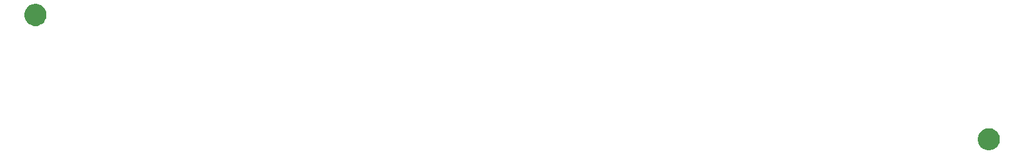
<source format=gko>
G04*
G04 #@! TF.GenerationSoftware,Altium Limited,Altium Designer,22.0.2 (36)*
G04*
G04 Layer_Color=16711935*
%FSLAX25Y25*%
%MOIN*%
G70*
G04*
G04 #@! TF.SameCoordinates,9CD95DC0-35C4-498D-8BF3-3914FB8C140C*
G04*
G04*
G04 #@! TF.FilePolarity,Positive*
G04*
G01*
G75*
G36*
X32431Y182450D02*
X33506Y182005D01*
X34473Y181359D01*
X35296Y180536D01*
X35942Y179569D01*
X36387Y178494D01*
X36614Y177353D01*
Y177353D01*
D01*
Y176772D01*
Y176190D01*
X36387Y175049D01*
X35942Y173974D01*
X35296Y173007D01*
X34473Y172185D01*
X33506Y171538D01*
X32431Y171093D01*
X31290Y170866D01*
X30127D01*
X28986Y171093D01*
X27911Y171538D01*
X26944Y172185D01*
X26122Y173007D01*
X25475Y173974D01*
X25030Y175049D01*
X24803Y176190D01*
Y176190D01*
Y176772D01*
Y177353D01*
D01*
Y177353D01*
X25030Y178494D01*
X25475Y179569D01*
X26122Y180536D01*
X26944Y181359D01*
X27911Y182005D01*
X28986Y182450D01*
X30127Y182677D01*
X31290D01*
X32431Y182450D01*
D02*
G37*
G36*
X541093Y115915D02*
X542167Y115470D01*
X543135Y114823D01*
X543957Y114001D01*
X544603Y113033D01*
X545049Y111959D01*
X545276Y110818D01*
Y110818D01*
D01*
Y110236D01*
Y109655D01*
X545049Y108514D01*
X544603Y107439D01*
X543957Y106472D01*
X543135Y105649D01*
X542167Y105003D01*
X541093Y104558D01*
X539952Y104331D01*
X538788D01*
X537647Y104558D01*
X536573Y105003D01*
X535605Y105649D01*
X534783Y106472D01*
X534137Y107439D01*
X533692Y108514D01*
X533465Y109655D01*
Y109655D01*
Y110236D01*
Y110818D01*
D01*
Y110818D01*
X533692Y111959D01*
X534137Y113033D01*
X534783Y114001D01*
X535605Y114823D01*
X536573Y115470D01*
X537647Y115915D01*
X538788Y116142D01*
X539952D01*
X541093Y115915D01*
D02*
G37*
M02*

</source>
